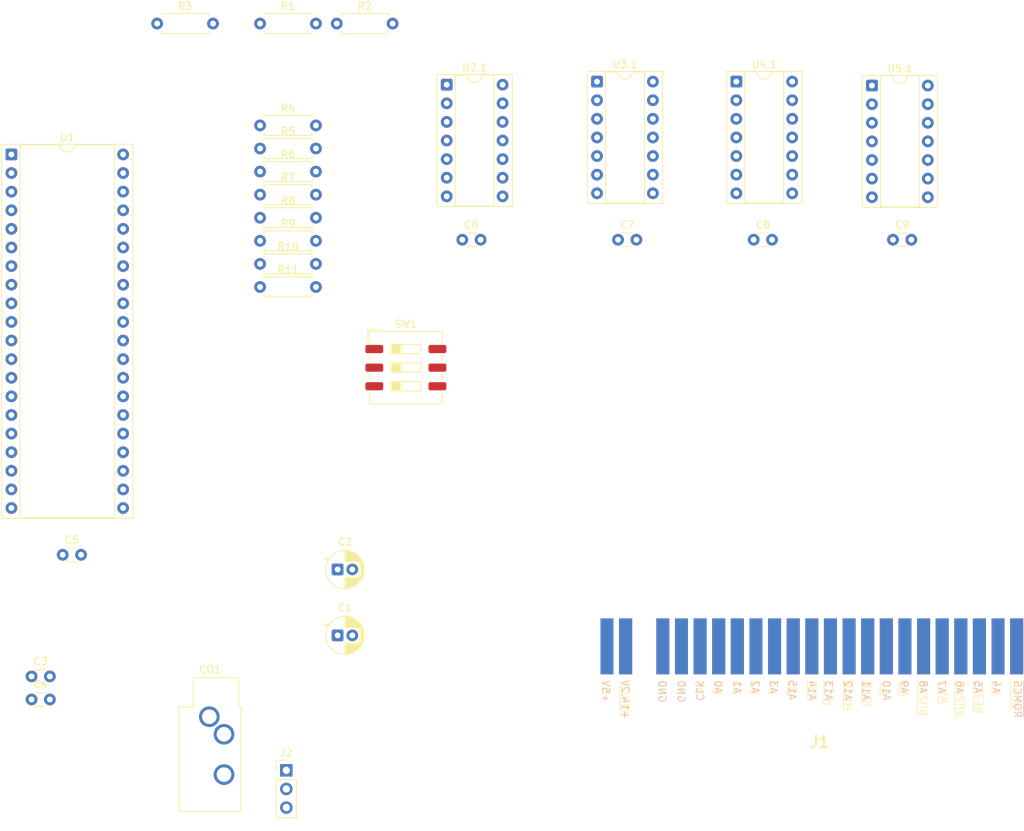
<source format=kicad_pcb>
(kicad_pcb (version 20241229) (generator "pcbnew") (generator_version "9.0")
  (layers (0 "F.Cu" signal) (2 "B.Cu" signal) (13 "F.Paste" user) (15 "B.Paste" user) (5 "F.SilkS" user "F.Silkscreen") (7 "B.SilkS" user "B.Silkscreen") (1 "F.Mask" user) (3 "B.Mask" user) (25 "Edge.Cuts" user))
  (net 0 "")
  (net 1 "Net-(C1-Pad2)")
  (net 2 "Net-(C1-Pad1)")
  (net 3 "Net-(C2-Pad1)")
  (net 4 "Net-(C2-Pad2)")
  (net 5 "Net-(J2-Pin_2)")
  (net 6 "GND")
  (net 7 "Net-(J2-Pin_1)")
  (net 8 "VCC")
  (net 9 "/CLK")
  (net 10 "/D2")
  (net 11 "/D7")
  (net 13 "/D5")
  (net 18 "/A5")
  (net 22 "/~{RESET}")
  (net 24 "/A7")
  (net 27 "/D4")
  (net 29 "/A4")
  (net 30 "/A3")
  (net 31 "/~{RD}")
  (net 32 "/D6")
  (net 33 "/A6")
  (net 34 "/A2")
  (net 35 "/~{IOREQ}")
  (net 37 "/A1")
  (net 38 "/A0")
  (net 39 "/D3")
  (net 41 "/D0")
  (net 42 "/~{WR}")
  (net 43 "/D1")
  (net 50 "Net-(R1-Pad2)")
  (net 51 "Net-(R2-Pad2)")
  (net 52 "Net-(R3-Pad2)")
  (net 53 "/OUTB")
  (net 54 "/OUTA")
  (net 55 "/OUTC")
  (net 70 "/PSGCLK")
  (net 71 "/BDIR")
  (net 75 "/BC1")
  (net 81 "Net-(U2.1A-D)")
  (net 82 "/VALID")
  (net 83 "Net-(U3.1-Pad6)")
  (net 85 "Net-(U3.1-Pad11)")
  (net 86 "/IORD")
  (net 87 "/IOWR")
  (net 88 "Net-(U4.1-Pad12)")
  (net 89 "Net-(U4.1-Pad5)")
  (net 90 "Net-(U5.1-Pad11)")
  (footprint "Capacitor_THT:C_Disc_D3.0mm_W1.6mm_P2.50mm" (layer "F.Cu") (at 40.5 89)
    (property "Reference" "C5" (at 1.25 -2.05 0) (layer "F.SilkS"))
    (property "Value" "100nf")
    (pad "1" thru_hole circle (at 0 0) (size 1.6 1.6) (drill 0.8) (layers "*.Cu" "*.Mask") (net 8 "VCC"))
    (pad "2" thru_hole circle (at 2.5 0) (size 1.6 1.6) (drill 0.8) (layers "*.Cu" "*.Mask") (net 6 "GND"))
  )
  (footprint "Connector_Audio:Jack_3.5mm_CUI_SJ1-3533NG_Horizontal_CircularHoles" (layer "F.Cu") (at 60.5 111.1)
    (property "Reference" "CO1" (at 0.1 -6.45 0) (layer "F.SilkS"))
    (property "Value" "PSG01538")
    (pad "R" thru_hole circle (at 2 7.9) (size 2.8 2.8) (drill 2) (layers "*.Cu" "*.Mask"))
    (pad "S" thru_hole circle (at 0 0) (size 2.8 2.8) (drill 2) (layers "*.Cu" "*.Mask") (net 5 "Net-(J2-Pin_2)"))
    (pad "T" thru_hole circle (at 2 2.4) (size 2.8 2.8) (drill 2) (layers "*.Cu" "*.Mask") (net 7 "Net-(J2-Pin_1)"))
  )
  (footprint "Resistor_THT:R_Axial_DIN0207_L6.3mm_D2.5mm_P7.62mm_Horizontal" (layer "F.Cu") (at 67.42 30.4)
    (property "Reference" "R4" (at 3.81 -2.37 0) (layer "F.SilkS"))
    (property "Value" "390R")
    (pad "1" thru_hole circle (at 0 0) (size 1.6 1.6) (drill 0.8) (layers "*.Cu" "*.Mask") (net 53 "/OUTB"))
    (pad "2" thru_hole circle (at 7.62 0) (size 1.6 1.6) (drill 0.8) (layers "*.Cu" "*.Mask") (net 2 "Net-(C1-Pad1)"))
  )
  (footprint "Package_DIP:DIP-40_W15.24mm_Socket" (layer "F.Cu") (at 33.5 34.36)
    (property "Reference" "U1" (at 7.62 -2.33 0) (layer "F.SilkS"))
    (property "Value" "AY-3-8910")
    (pad "1" thru_hole roundrect (at 0 0) (size 1.6 1.6) (drill 0.8) (layers "*.Cu" "*.Mask") (roundrect_rratio 0.15625) (net 6 "GND"))
    (pad "2" thru_hole circle (at 0 2.54) (size 1.6 1.6) (drill 0.8) (layers "*.Cu" "*.Mask"))
    (pad "3" thru_hole circle (at 0 5.08) (size 1.6 1.6) (drill 0.8) (layers "*.Cu" "*.Mask") (net 53 "/OUTB"))
    (pad "4" thru_hole circle (at 0 7.62) (size 1.6 1.6) (drill 0.8) (layers "*.Cu" "*.Mask") (net 54 "/OUTA"))
    (pad "5" thru_hole circle (at 0 10.16) (size 1.6 1.6) (drill 0.8) (layers "*.Cu" "*.Mask"))
    (pad "6" thru_hole circle (at 0 12.7) (size 1.6 1.6) (drill 0.8) (layers "*.Cu" "*.Mask"))
    (pad "7" thru_hole circle (at 0 15.24) (size 1.6 1.6) (drill 0.8) (layers "*.Cu" "*.Mask"))
    (pad "8" thru_hole circle (at 0 17.78) (size 1.6 1.6) (drill 0.8) (layers "*.Cu" "*.Mask"))
    (pad "9" thru_hole circle (at 0 20.32) (size 1.6 1.6) (drill 0.8) (layers "*.Cu" "*.Mask"))
    (pad "10" thru_hole circle (at 0 22.86) (size 1.6 1.6) (drill 0.8) (layers "*.Cu" "*.Mask"))
    (pad "11" thru_hole circle (at 0 25.4) (size 1.6 1.6) (drill 0.8) (layers "*.Cu" "*.Mask"))
    (pad "12" thru_hole circle (at 0 27.94) (size 1.6 1.6) (drill 0.8) (layers "*.Cu" "*.Mask"))
    (pad "13" thru_hole circle (at 0 30.48) (size 1.6 1.6) (drill 0.8) (layers "*.Cu" "*.Mask"))
    (pad "14" thru_hole circle (at 0 33.02) (size 1.6 1.6) (drill 0.8) (layers "*.Cu" "*.Mask"))
    (pad "15" thru_hole circle (at 0 35.56) (size 1.6 1.6) (drill 0.8) (layers "*.Cu" "*.Mask"))
    (pad "16" thru_hole circle (at 0 38.1) (size 1.6 1.6) (drill 0.8) (layers "*.Cu" "*.Mask"))
    (pad "17" thru_hole circle (at 0 40.64) (size 1.6 1.6) (drill 0.8) (layers "*.Cu" "*.Mask"))
    (pad "18" thru_hole circle (at 0 43.18) (size 1.6 1.6) (drill 0.8) (layers "*.Cu" "*.Mask"))
    (pad "19" thru_hole circle (at 0 45.72) (size 1.6 1.6) (drill 0.8) (layers "*.Cu" "*.Mask"))
    (pad "20" thru_hole circle (at 0 48.26) (size 1.6 1.6) (drill 0.8) (layers "*.Cu" "*.Mask"))
    (pad "21" thru_hole circle (at 15.24 48.26) (size 1.6 1.6) (drill 0.8) (layers "*.Cu" "*.Mask"))
    (pad "22" thru_hole circle (at 15.24 45.72) (size 1.6 1.6) (drill 0.8) (layers "*.Cu" "*.Mask") (net 70 "/PSGCLK"))
    (pad "23" thru_hole circle (at 15.24 43.18) (size 1.6 1.6) (drill 0.8) (layers "*.Cu" "*.Mask") (net 22 "/~{RESET}"))
    (pad "24" thru_hole circle (at 15.24 40.64) (size 1.6 1.6) (drill 0.8) (layers "*.Cu" "*.Mask") (net 8 "VCC"))
    (pad "25" thru_hole circle (at 15.24 38.1) (size 1.6 1.6) (drill 0.8) (layers "*.Cu" "*.Mask") (net 8 "VCC"))
    (pad "26" thru_hole circle (at 15.24 35.56) (size 1.6 1.6) (drill 0.8) (layers "*.Cu" "*.Mask"))
    (pad "27" thru_hole circle (at 15.24 33.02) (size 1.6 1.6) (drill 0.8) (layers "*.Cu" "*.Mask") (net 71 "/BDIR"))
    (pad "28" thru_hole circle (at 15.24 30.48) (size 1.6 1.6) (drill 0.8) (layers "*.Cu" "*.Mask") (net 8 "VCC"))
    (pad "29" thru_hole circle (at 15.24 27.94) (size 1.6 1.6) (drill 0.8) (layers "*.Cu" "*.Mask") (net 75 "/BC1"))
    (pad "30" thru_hole circle (at 15.24 25.4) (size 1.6 1.6) (drill 0.8) (layers "*.Cu" "*.Mask") (net 11 "/D7"))
    (pad "31" thru_hole circle (at 15.24 22.86) (size 1.6 1.6) (drill 0.8) (layers "*.Cu" "*.Mask") (net 32 "/D6"))
    (pad "32" thru_hole circle (at 15.24 20.32) (size 1.6 1.6) (drill 0.8) (layers "*.Cu" "*.Mask") (net 13 "/D5"))
    (pad "33" thru_hole circle (at 15.24 17.78) (size 1.6 1.6) (drill 0.8) (layers "*.Cu" "*.Mask") (net 27 "/D4"))
    (pad "34" thru_hole circle (at 15.24 15.24) (size 1.6 1.6) (drill 0.8) (layers "*.Cu" "*.Mask") (net 39 "/D3"))
    (pad "35" thru_hole circle (at 15.24 12.7) (size 1.6 1.6) (drill 0.8) (layers "*.Cu" "*.Mask") (net 10 "/D2"))
    (pad "36" thru_hole circle (at 15.24 10.16) (size 1.6 1.6) (drill 0.8) (layers "*.Cu" "*.Mask") (net 43 "/D1"))
    (pad "37" thru_hole circle (at 15.24 7.62) (size 1.6 1.6) (drill 0.8) (layers "*.Cu" "*.Mask") (net 41 "/D0"))
    (pad "38" thru_hole circle (at 15.24 5.08) (size 1.6 1.6) (drill 0.8) (layers "*.Cu" "*.Mask") (net 55 "/OUTC"))
    (pad "39" thru_hole circle (at 15.24 2.54) (size 1.6 1.6) (drill 0.8) (layers "*.Cu" "*.Mask"))
    (pad "40" thru_hole circle (at 15.24 0) (size 1.6 1.6) (drill 0.8) (layers "*.Cu" "*.Mask") (net 8 "VCC"))
  )
  (footprint "Resistor_THT:R_Axial_DIN0207_L6.3mm_D2.5mm_P7.62mm_Horizontal" (layer "F.Cu") (at 67.42 52.45)
    (property "Reference" "R11" (at 3.81 -2.37 0) (layer "F.SilkS"))
    (property "Value" "100R")
    (pad "1" thru_hole circle (at 0 0) (size 1.6 1.6) (drill 0.8) (layers "*.Cu" "*.Mask") (net 4 "Net-(C2-Pad2)"))
    (pad "2" thru_hole circle (at 7.62 0) (size 1.6 1.6) (drill 0.8) (layers "*.Cu" "*.Mask") (net 7 "Net-(J2-Pin_1)"))
  )
  (footprint "Capacitor_THT:C_Disc_D3.0mm_W1.6mm_P2.50mm" (layer "F.Cu") (at 36.25 105.6)
    (property "Reference" "C3" (at 1.25 -2.05 0) (layer "F.SilkS"))
    (property "Value" "100nf")
    (pad "1" thru_hole circle (at 0 0) (size 1.6 1.6) (drill 0.8) (layers "*.Cu" "*.Mask") (net 5 "Net-(J2-Pin_2)"))
    (pad "2" thru_hole circle (at 2.5 0) (size 1.6 1.6) (drill 0.8) (layers "*.Cu" "*.Mask") (net 6 "GND"))
  )
  (footprint "Resistor_THT:R_Axial_DIN0207_L6.3mm_D2.5mm_P7.62mm_Horizontal" (layer "F.Cu") (at 53.38 16.5)
    (property "Reference" "R3" (at 3.81 -2.37 0) (layer "F.SilkS"))
    (property "Value" "47K")
    (pad "1" thru_hole circle (at 0 0) (size 1.6 1.6) (drill 0.8) (layers "*.Cu" "*.Mask") (net 8 "VCC"))
    (pad "2" thru_hole circle (at 7.62 0) (size 1.6 1.6) (drill 0.8) (layers "*.Cu" "*.Mask") (net 52 "Net-(R3-Pad2)"))
  )
  (footprint "Capacitor_THT:C_Disc_D3.0mm_W1.6mm_P2.50mm" (layer "F.Cu") (at 95 46)
    (property "Reference" "C6" (at 1.25 -2.05 0) (layer "F.SilkS"))
    (property "Value" "100nf")
    (pad "1" thru_hole circle (at 0 0) (size 1.6 1.6) (drill 0.8) (layers "*.Cu" "*.Mask") (net 8 "VCC"))
    (pad "2" thru_hole circle (at 2.5 0) (size 1.6 1.6) (drill 0.8) (layers "*.Cu" "*.Mask") (net 6 "GND"))
  )
  (footprint "ZX81_FOOTPRINT:EDGE ZX81 TOP" (layer "F.Cu") (at 143.974618 101.5)
    (property "Reference" "J1" (at -0.2 13.05 0) (layer "F.SilkS") (effects (font (size 1.524 1.524) (thickness 0.3048))))
    (property "Value" "Connector ZX81" (hide yes))
    (fp_text user "~{RAMCS}" (at -26.638274 9.695238 90) (layer "F.SilkS") (effects (font (thickness 0.1)) (justify left)))
    (fp_text user "D4" (at -6.642892 6.695238 90) (layer "F.SilkS") (effects (font (thickness 0.1)) (justify left)))
    (fp_text user "~{BUSRQ}" (at 19.011726 9.790476 90) (layer "F.SilkS") (effects (font (thickness 0.1)) (justify left)))
    (fp_text user "~{IORQ}" (at 6.35 8.314285 90) (layer "F.SilkS") (effects (font (thickness 0.1)) (justify left)))
    (fp_text user "~{RESET}" (at 21.6 9.266667 90) (layer "F.SilkS") (effects (font (thickness 0.1)) (justify left)))
    (fp_text user "D3" (at -9.058942 6.695238 90) (layer "F.SilkS") (effects (font (thickness 0.1)) (justify left)))
    (fp_text user "D7" (at -29.292892 6.695238 90) (layer "F.SilkS") (effects (font (thickness 0.1)) (justify left)))
    (fp_text user "~{RD}" (at 8.85 6.742857 90) (layer "F.SilkS") (effects (font (thickness 0.1)) (justify left)))
    (fp_text user "~{MREQ}" (at 3.85 8.838095 90) (layer "F.SilkS") (effects (font (thickness 0.1)) (justify left)))
    (fp_text user "~{RFSH}" (at 26.65 8.6 90) (layer "F.SilkS") (effects (font (thickness 0.1)) (justify left)))
    (fp_text user "~{WR}" (at 11.4 6.885714 90) (layer "F.SilkS") (effects (font (thickness 0.1)) (justify left)))
    (fp_text user "~{INT}" (at -3.738274 7.028571 90) (layer "F.SilkS") (effects (font (thickness 0.1)) (justify left)))
    (fp_text user "~{WAIT}" (at 16.761726 7.980952 90) (layer "F.SilkS") (effects (font (thickness 0.1)) (justify left)))
    (fp_text user "D5" (at -11.565732 6.695238 90) (layer "F.SilkS") (effects (font (thickness 0.1)) (justify left)))
    (fp_text user "~{HALT}" (at 1.161726 8.219048 90) (layer "F.SilkS") (effects (font (thickness 0.1)) (justify left)))
    (fp_text user "D0" (at -21.692892 6.695238 90) (layer "F.SilkS") (effects (font (thickness 0.1)) (justify left)))
    (fp_text user "D1" (at -19.142892 6.695238 90) (layer "F.SilkS") (effects (font (thickness 0.1)) (justify left)))
    (fp_text user "~{NMI}" (at -1.088274 7.409523 90) (layer "F.SilkS") (effects (font (thickness 0.1)) (justify left)))
    (fp_text user "~{BUSAC}" (at 13.95 9.6 90) (layer "F.SilkS") (effects (font (thickness 0.1)) (justify left)))
    (fp_text user "D2" (at -16.642892 6.695238 90) (layer "F.SilkS") (effects (font (thickness 0.1)) (justify left)))
    (fp_text user "~{M1}" (at 24.1 6.838095 90) (layer "F.SilkS") (effects (font (thickness 0.1)) (justify left)))
    (fp_text user "D6" (at -14.122522 6.695238 90) (layer "F.SilkS") (effects (font (thickness 0.1)) (justify left)))
    (fp_text user "A4" (at 23.865432 6.497619 270) (layer "B.SilkS") (effects (font (thickness 0.1)) (justify left mirror)))
    (fp_text user "CLK" (at -16.55 7.5 270) (layer "B.SilkS") (effects (font (thickness 0.1)) (justify left mirror)))
    (fp_text user "A11" (at 6.100019 7.45 270) (layer "B.SilkS") (effects (font (thickness 0.1)) (justify left mirror)))
    (fp_text user "A15" (at -3.95 7.4 270) (layer "B.SilkS") (effects (font (thickness 0.1)) (justify left mirror)))
    (fp_text user "GND" (at -19.1 7.735714 270) (layer "B.SilkS") (effects (font (thickness 0.1)) (justify left mirror)))
    (fp_text user "A7" (at 16.385802 6.497619 270) (layer "B.SilkS") (effects (font (thickness 0.1)) (justify left mirror)))
    (fp_text user "+5V" (at -29.4 7.75 270) (layer "B.SilkS") (effects (font (thickness 0.1)) (justify left mirror)))
    (fp_text user "A5" (at 21.372222 6.497619 270) (layer "B.SilkS") (effects (font (thickness 0.1)) (justify left mirror)))
    (fp_text user "A14" (at -1.25 7.45 270) (layer "B.SilkS") (effects (font (thickness 0.1)) (justify left mirror)))
    (fp_text user "~{ROMCS}" (at 26.787654 9.830952 270) (layer "B.SilkS") (effects (font (thickness 0.1)) (justify left mirror)))
    (fp_text user "GND" (at -21.7 7.735714 270) (layer "B.SilkS") (effects (font (thickness 0.1)) (justify left mirror)))
    (fp_text user "A12" (at 3.650019 7.45 270) (layer "B.SilkS") (effects (font (thickness 0.1)) (justify left mirror)))
    (fp_text user "A10" (at 8.887654 7.45 270) (layer "B.SilkS") (effects (font (thickness 0.1)) (justify left mirror)))
    (fp_text user "A0" (at -14.05 6.497619 270) (layer "B.SilkS") (effects (font (thickness 0.1)) (justify left mirror)))
    (fp_text user "A2" (at -9 6.497619 270) (layer "B.SilkS") (effects (font (thickness 0.1)) (justify left mirror)))
    (fp_text user "A1" (at -11.45 6.5 270) (layer "B.SilkS") (effects (font (thickness 0.1)) (justify left mirror)))
    (fp_text user "A8" (at 13.900019 6.497619 270) (layer "B.SilkS") (effects (font (thickness 0.1)) (justify left mirror)))
    (fp_text user "A3" (at -6.5 6.5 270) (layer "B.SilkS") (effects (font (thickness 0.1)) (justify left mirror)))
    (fp_text user "A9" (at 11.337654 6.497619 270) (layer "B.SilkS") (effects (font (thickness 0.1)) (justify left mirror)))
    (fp_text user "A13" (at 0.99321 7.45 270) (layer "B.SilkS") (effects (font (thickness 0.1)) (justify left mirror)))
    (fp_text user "+14.2V" (at -26.75 10.05 270) (layer "B.SilkS") (effects (font (thickness 0.1)) (justify left mirror)))
    (fp_text user "A6" (at 18.879012 6.497619 270) (layer "B.SilkS") (effects (font (thickness 0.1)) (justify left mirror)))
    (pad "A3" connect rect (at -29.234618 0 180) (size 1.778 7.62) (layers "B.Cu" "B.Mask") (net 8 "VCC"))
    (pad "A4" connect rect (at -26.694618 0 180) (size 1.778 7.62) (layers "B.Cu" "B.Mask"))
    (pad "A6" connect rect (at -21.614618 0 180) (size 1.778 7.62) (layers "B.Cu" "B.Mask") (net 6 "GND"))
    (pad "A7" connect rect (at -19.074618 0 180) (size 1.778 7.62) (layers "B.Cu" "B.Mask") (net 6 "GND"))
    (pad "A8" connect rect (at -16.534618 0 180) (size 1.778 7.62) (layers "B.Cu" "B.Mask") (net 9 "/CLK"))
    (pad "A9" connect rect (at -13.994618 0 180) (size 1.778 7.62) (layers "B.Cu" "B.Mask") (net 38 "/A0"))
    (pad "A10" connect rect (at -11.454618 0 180) (size 1.778 7.62) (layers "B.Cu" "B.Mask") (net 37 "/A1"))
    (pad "A11" connect rect (at -8.914618 0 180) (size 1.778 7.62) (layers "B.Cu" "B.Mask") (net 34 "/A2"))
    (pad "A12" connect rect (at -6.374618 0 180) (size 1.778 7.62) (layers "B.Cu" "B.Mask") (net 30 "/A3"))
    (pad "A13" connect rect (at -3.834618 0 180) (size 1.778 7.62) (layers "B.Cu" "B.Mask"))
    (pad "A14" connect rect (at -1.294618 0 180) (size 1.778 7.62) (layers "B.Cu" "B.Mask"))
    (pad "A15" connect rect (at 1.245382 0 180) (size 1.778 7.62) (layers "B.Cu" "B.Mask"))
    (pad "A16" connect rect (at 3.785382 0 180) (size 1.778 7.62) (layers "B.Cu" "B.Mask"))
    (pad "A17" connect rect (at 6.325382 0 180) (size 1.778 7.62) (layers "B.Cu" "B.Mask"))
    (pad "A18" connect rect (at 8.865382 0 180) (size 1.778 7.62) (layers "B.Cu" "B.Mask"))
    (pad "A19" connect rect (at 11.405382 0 180) (size 1.778 7.62) (layers "B.Cu" "B.Mask"))
    (pad "A20" connect rect (at 13.945382 0 180) (size 1.778 7.62) (layers "B.Cu" "B.Mask"))
    (pad "A21" connect rect (at 16.485382 0 180) (size 1.778 7.62) (layers "B.Cu" "B.Mask") (net 24 "/A7"))
    (pad "A22" connect rect (at 19.025382 0 180) (size 1.778 7.62) (layers "B.Cu" "B.Mask") (net 33 "/A6"))
    (pad "A23" connect rect (at 21.565382 0 180) (size 1.778 7.62) (layers "B.Cu" "B.Mask") (net 18 "/A5"))
    (pad "A24" connect rect (at 24.105382 0 180) (size 1.778 7.62) (layers "B.Cu" "B.Mask") (net 29 "/A4"))
    (pad "A25" connect rect (at 26.645382 0 180) (size 1.778 7.62) (layers "B.Cu" "B.Mask"))
    (pad "B3" connect rect (at -29.234618 0 180) (size 1.778 7.62) (layers "F.Cu" "F.Mask") (net 11 "/D7"))
    (pad "B4" connect rect (at -26.694618 0 180) (size 1.778 7.62) (layers "F.Cu" "F.Mask"))
    (pad "B6" connect rect (at -21.614618 0 180) (size 1.778 7.62) (layers "F.Cu" "F.Mask") (net 41 "/D0"))
    (pad "B7" connect rect (at -19.074618 0 180) (size 1.778 7.62) (layers "F.Cu" "F.Mask") (net 43 "/D1"))
    (pad "B8" connect rect (at -16.534618 0 180) (size 1.778 7.62) (layers "F.Cu" "F.Mask") (net 10 "/D2"))
    (pad "B9" connect rect (at -13.994618 0 180) (size 1.778 7.62) (layers "F.Cu" "F.Mask") (net 32 "/D6"))
    (pad "B10" connect rect (at -11.454618 0 180) (size 1.778 7.62) (layers "F.Cu" "F.Mask") (net 13 "/D5"))
    (pad "B11" connect rect (at -8.914618 0 180) (size 1.778 7.62) (layers "F.Cu" "F.Mask") (net 39 "/D3"))
    (pad "B12" connect rect (at -6.384618 0 180) (size 1.778 7.62) (layers "F.Cu" "F.Mask") (net 27 "/D4"))
    (pad "B13" connect rect (at -3.834618 0 180) (size 1.778 7.62) (layers "F.Cu" "F.Mask"))
    (pad "B14" connect rect (at -1.294618 0 180) (size 1.778 7.62) (layers "F.Cu" "F.Mask"))
    (pad "B15" connect rect (at 1.245382 0 180) (size 1.778 7.62) (layers "F.Cu" "F.Mask"))
    (pad "B16" connect rect (at 3.785382 0 180) (size 1.778 7.62) (layers "F.Cu" "F.Mask"))
    (pad "B17" connect rect (at 6.325382 0 180) (size 1.778 7.62) (layers "F.Cu" "F.Mask") (net 35 "/~{IOREQ}"))
    (pad "B18" connect rect (at 8.865382 0 180) (size 1.778 7.62) (layers "F.Cu" "F.Mask") (net 31 "/~{RD}"))
    (pad "B19" connect rect (at 11.405382 0 180) (size 1.778 7.62) (layers "F.Cu" "F.Mask") (net 42 "/~{WR}"))
    (pad "B20" connect rect (at 13.945382 0 180) (size 1.778 7.62) (layers "F.Cu" "F.Mask"))
    (pad "B21" connect rect (at 16.485382 0 180) (size 1.778 7.62) (layers "F.Cu" "F.Mask"))
    (pad "B22" connect rect (at 19.025382 0 180) (size 1.778 7.62) (layers "F.Cu" "F.Mask"))
    (pad "B23" connect rect (at 21.565382 0 180) (size 1.778 7.62) (layers "F.Cu" "F.Mask") (net 22 "/~{RESET}"))
    (pad "B24" connect rect (at 24.105382 0 180) (size 1.778 7.62) (layers "F.Cu" "F.Mask"))
    (pad "B25" connect rect (at 26.645382 0 180) (size 1.778 7.62) (layers "F.Cu" "F.Mask"))
  )
  (footprint "Resistor_THT:R_Axial_DIN0207_L6.3mm_D2.5mm_P7.62mm_Horizontal" (layer "F.Cu") (at 67.42 16.5)
    (property "Reference" "R1" (at 3.81 -2.37 0) (layer "F.SilkS"))
    (property "Value" "47K")
    (pad "1" thru_hole circle (at 0 0) (size 1.6 1.6) (drill 0.8) (layers "*.Cu" "*.Mask") (net 8 "VCC"))
    (pad "2" thru_hole circle (at 7.62 0) (size 1.6 1.6) (drill 0.8) (layers "*.Cu" "*.Mask") (net 50 "Net-(R1-Pad2)"))
  )
  (footprint "Button_Switch_SMD:SW_DIP_SPSTx03_Slide_9.78x9.8mm_W8.61mm_P2.54mm" (layer "F.Cu") (at 87.305 63.46)
    (property "Reference" "SW1" (at 0 -5.96 0) (layer "F.SilkS"))
    (property "Value" "SW_DIP_x03")
    (pad "1" smd roundrect (at -4.305 -2.54) (size 2.44 1.12) (layers "F.Cu" "F.Mask" "F.Paste") (roundrect_rratio 0.223214) (net 29 "/A4"))
    (pad "2" smd roundrect (at -4.305 0) (size 2.44 1.12) (layers "F.Cu" "F.Mask" "F.Paste") (roundrect_rratio 0.223214) (net 18 "/A5"))
    (pad "3" smd roundrect (at -4.305 2.54) (size 2.44 1.12) (layers "F.Cu" "F.Mask" "F.Paste") (roundrect_rratio 0.223214) (net 33 "/A6"))
    (pad "4" smd roundrect (at 4.305 2.54) (size 2.44 1.12) (layers "F.Cu" "F.Mask" "F.Paste") (roundrect_rratio 0.223214) (net 50 "Net-(R1-Pad2)"))
    (pad "5" smd roundrect (at 4.305 0) (size 2.44 1.12) (layers "F.Cu" "F.Mask" "F.Paste") (roundrect_rratio 0.223214) (net 51 "Net-(R2-Pad2)"))
    (pad "6" smd roundrect (at 4.305 -2.54) (size 2.44 1.12) (layers "F.Cu" "F.Mask" "F.Paste") (roundrect_rratio 0.223214) (net 52 "Net-(R3-Pad2)"))
  )
  (footprint "Resistor_THT:R_Axial_DIN0207_L6.3mm_D2.5mm_P7.62mm_Horizontal" (layer "F.Cu") (at 67.42 43)
    (property "Reference" "R8" (at 3.81 -2.37 0) (layer "F.SilkS"))
    (property "Value" "390R")
    (pad "1" thru_hole circle (at 0 0) (size 1.6 1.6) (drill 0.8) (layers "*.Cu" "*.Mask") (net 2 "Net-(C1-Pad1)"))
    (pad "2" thru_hole circle (at 7.62 0) (size 1.6 1.6) (drill 0.8) (layers "*.Cu" "*.Mask") (net 6 "GND"))
  )
  (footprint "Resistor_THT:R_Axial_DIN0207_L6.3mm_D2.5mm_P7.62mm_Horizontal" (layer "F.Cu") (at 77.88 16.5)
    (property "Reference" "R2" (at 3.81 -2.37 0) (layer "F.SilkS"))
    (property "Value" "47K")
    (pad "1" thru_hole circle (at 0 0) (size 1.6 1.6) (drill 0.8) (layers "*.Cu" "*.Mask") (net 8 "VCC"))
    (pad "2" thru_hole circle (at 7.62 0) (size 1.6 1.6) (drill 0.8) (layers "*.Cu" "*.Mask") (net 51 "Net-(R2-Pad2)"))
  )
  (footprint "Connector_PinHeader_2.54mm:PinHeader_1x03_P2.54mm_Vertical" (layer "F.Cu") (at 71 118.42)
    (property "Reference" "J2" (at 0 -2.38 0) (layer "F.SilkS"))
    (property "Value" "Audio")
    (pad "1" thru_hole rect (at 0 0) (size 1.7 1.7) (drill 1) (layers "*.Cu" "*.Mask") (net 7 "Net-(J2-Pin_1)"))
    (pad "2" thru_hole circle (at 0 2.54) (size 1.7 1.7) (drill 1) (layers "*.Cu" "*.Mask") (net 5 "Net-(J2-Pin_2)"))
    (pad "3" thru_hole circle (at 0 5.08) (size 1.7 1.7) (drill 1) (layers "*.Cu" "*.Mask") (net 6 "GND"))
  )
  (footprint "Capacitor_THT:C_Disc_D3.0mm_W1.6mm_P2.50mm" (layer "F.Cu") (at 36.25 108.75)
    (property "Reference" "C4" (at 1.25 -2.05 0) (layer "F.SilkS"))
    (property "Value" "100nf")
    (pad "1" thru_hole circle (at 0 0) (size 1.6 1.6) (drill 0.8) (layers "*.Cu" "*.Mask") (net 7 "Net-(J2-Pin_1)"))
    (pad "2" thru_hole circle (at 2.5 0) (size 1.6 1.6) (drill 0.8) (layers "*.Cu" "*.Mask") (net 6 "GND"))
  )
  (footprint "Capacitor_THT:CP_Radial_D5.0mm_P2.00mm" (layer "F.Cu") (at 78 91)
    (property "Reference" "C2" (at 1 -3.75 0) (layer "F.SilkS"))
    (property "Value" "10uf")
    (pad "1" thru_hole roundrect (at 0 0) (size 1.6 1.6) (drill 0.8) (layers "*.Cu" "*.Mask") (roundrect_rratio 0.15625) (net 3 "Net-(C2-Pad1)"))
    (pad "2" thru_hole circle (at 2 0) (size 1.6 1.6) (drill 0.8) (layers "*.Cu" "*.Mask") (net 4 "Net-(C2-Pad2)"))
  )
  (footprint "Resistor_THT:R_Axial_DIN0207_L6.3mm_D2.5mm_P7.62mm_Horizontal" (layer "F.Cu") (at 67.42 39.85)
    (property "Reference" "R7" (at 3.81 -2.37 0) (layer "F.SilkS"))
    (property "Value" "820R")
    (pad "1" thru_hole circle (at 0 0) (size 1.6 1.6) (drill 0.8) (layers "*.Cu" "*.Mask") (net 2 "Net-(C1-Pad1)"))
    (pad "2" thru_hole circle (at 7.62 0) (size 1.6 1.6) (drill 0.8) (layers "*.Cu" "*.Mask") (net 55 "/OUTC"))
  )
  (footprint "Resistor_THT:R_Axial_DIN0207_L6.3mm_D2.5mm_P7.62mm_Horizontal" (layer "F.Cu") (at 67.42 33.55)
    (property "Reference" "R5" (at 3.81 -2.37 0) (layer "F.SilkS"))
    (property "Value" "390R")
    (pad "1" thru_hole circle (at 0 0) (size 1.6 1.6) (drill 0.8) (layers "*.Cu" "*.Mask") (net 54 "/OUTA"))
    (pad "2" thru_hole circle (at 7.62 0) (size 1.6 1.6) (drill 0.8) (layers "*.Cu" "*.Mask") (net 3 "Net-(C2-Pad1)"))
  )
  (footprint "Package_DIP:DIP-14_W7.62mm_Socket" (layer "F.Cu") (at 132.38 24.42)
    (property "Reference" "U4.1" (at 3.81 -2.33 0) (layer "F.SilkS"))
    (property "Value" "74HCT11")
    (pad "1" thru_hole roundrect (at 0 0) (size 1.6 1.6) (drill 0.8) (layers "*.Cu" "*.Mask") (roundrect_rratio 0.15625) (net 30 "/A3"))
    (pad "2" thru_hole circle (at 0 2.54) (size 1.6 1.6) (drill 0.8) (layers "*.Cu" "*.Mask") (net 34 "/A2"))
    (pad "3" thru_hole circle (at 0 5.08) (size 1.6 1.6) (drill 0.8) (layers "*.Cu" "*.Mask") (net 88 "Net-(U4.1-Pad12)"))
    (pad "4" thru_hole circle (at 0 7.62) (size 1.6 1.6) (drill 0.8) (layers "*.Cu" "*.Mask") (net 38 "/A0"))
    (pad "5" thru_hole circle (at 0 10.16) (size 1.6 1.6) (drill 0.8) (layers "*.Cu" "*.Mask") (net 89 "Net-(U4.1-Pad5)"))
    (pad "6" thru_hole circle (at 0 12.7) (size 1.6 1.6) (drill 0.8) (layers "*.Cu" "*.Mask") (net 82 "/VALID"))
    (pad "7" thru_hole circle (at 0 15.24) (size 1.6 1.6) (drill 0.8) (layers "*.Cu" "*.Mask") (net 6 "GND"))
    (pad "8" thru_hole circle (at 7.62 15.24) (size 1.6 1.6) (drill 0.8) (layers "*.Cu" "*.Mask") (net 89 "Net-(U4.1-Pad5)"))
    (pad "9" thru_hole circle (at 7.62 12.7) (size 1.6 1.6) (drill 0.8) (layers "*.Cu" "*.Mask") (net 52 "Net-(R3-Pad2)"))
    (pad "10" thru_hole circle (at 7.62 10.16) (size 1.6 1.6) (drill 0.8) (layers "*.Cu" "*.Mask") (net 51 "Net-(R2-Pad2)"))
    (pad "11" thru_hole circle (at 7.62 7.62) (size 1.6 1.6) (drill 0.8) (layers "*.Cu" "*.Mask") (net 50 "Net-(R1-Pad2)"))
    (pad "12" thru_hole circle (at 7.62 5.08) (size 1.6 1.6) (drill 0.8) (layers "*.Cu" "*.Mask") (net 88 "Net-(U4.1-Pad12)"))
    (pad "13" thru_hole circle (at 7.62 2.54) (size 1.6 1.6) (drill 0.8) (layers "*.Cu" "*.Mask") (net 37 "/A1"))
    (pad "14" thru_hole circle (at 7.62 0) (size 1.6 1.6) (drill 0.8) (layers "*.Cu" "*.Mask") (net 8 "VCC"))
  )
  (footprint "Package_DIP:DIP-14_W7.62mm_Socket" (layer "F.Cu") (at 150.88 24.96)
    (property "Reference" "U5.1" (at 3.81 -2.33 0) (layer "F.SilkS"))
    (property "Value" "74HCT02")
    (pad "1" thru_hole roundrect (at 0 0) (size 1.6 1.6) (drill 0.8) (layers "*.Cu" "*.Mask") (roundrect_rratio 0.15625) (net 87 "/IOWR"))
    (pad "2" thru_hole circle (at 0 2.54) (size 1.6 1.6) (drill 0.8) (layers "*.Cu" "*.Mask") (net 35 "/~{IOREQ}"))
    (pad "3" thru_hole circle (at 0 5.08) (size 1.6 1.6) (drill 0.8) (layers "*.Cu" "*.Mask") (net 42 "/~{WR}"))
    (pad "4" thru_hole circle (at 0 7.62) (size 1.6 1.6) (drill 0.8) (layers "*.Cu" "*.Mask") (net 90 "Net-(U5.1-Pad11)"))
    (pad "5" thru_hole circle (at 0 10.16) (size 1.6 1.6) (drill 0.8) (layers "*.Cu" "*.Mask") (net 83 "Net-(U3.1-Pad6)"))
    (pad "6" thru_hole circle (at 0 12.7) (size 1.6 1.6) (drill 0.8) (layers "*.Cu" "*.Mask") (net 85 "Net-(U3.1-Pad11)"))
    (pad "7" thru_hole circle (at 0 15.24) (size 1.6 1.6) (drill 0.8) (layers "*.Cu" "*.Mask") (net 6 "GND"))
    (pad "8" thru_hole circle (at 7.62 15.24) (size 1.6 1.6) (drill 0.8) (layers "*.Cu" "*.Mask") (net 35 "/~{IOREQ}"))
    (pad "9" thru_hole circle (at 7.62 12.7) (size 1.6 1.6) (drill 0.8) (layers "*.Cu" "*.Mask") (net 31 "/~{RD}"))
    (pad "10" thru_hole circle (at 7.62 10.16) (size 1.6 1.6) (drill 0.8) (layers "*.Cu" "*.Mask") (net 86 "/IORD"))
    (pad "11" thru_hole circle (at 7.62 7.62) (size 1.6 1.6) (drill 0.8) (layers "*.Cu" "*.Mask") (net 90 "Net-(U5.1-Pad11)"))
    (pad "12" thru_hole circle (at 7.62 5.08) (size 1.6 1.6) (drill 0.8) (layers "*.Cu" "*.Mask") (net 90 "Net-(U5.1-Pad11)"))
    (pad "13" thru_hole circle (at 7.62 2.54) (size 1.6 1.6) (drill 0.8) (layers "*.Cu" "*.Mask") (net 75 "/BC1"))
    (pad "14" thru_hole circle (at 7.62 0) (size 1.6 1.6) (drill 0.8) (layers "*.Cu" "*.Mask") (net 8 "VCC"))
  )
  (footprint "Capacitor_THT:CP_Radial_D5.0mm_P2.00mm" (layer "F.Cu") (at 78 100)
    (property "Reference" "C1" (at 1 -3.75 0) (layer "F.SilkS"))
    (property "Value" "10uf")
    (pad "1" thru_hole roundrect (at 0 0) (size 1.6 1.6) (drill 0.8) (layers "*.Cu" "*.Mask") (roundrect_rratio 0.15625) (net 2 "Net-(C1-Pad1)"))
    (pad "2" thru_hole circle (at 2 0) (size 1.6 1.6) (drill 0.8) (layers "*.Cu" "*.Mask") (net 1 "Net-(C1-Pad2)"))
  )
  (footprint "Resistor_THT:R_Axial_DIN0207_L6.3mm_D2.5mm_P7.62mm_Horizontal" (layer "F.Cu") (at 67.42 36.7)
    (property "Reference" "R6" (at 3.81 -2.37 0) (layer "F.SilkS"))
    (property "Value" "820R")
    (pad "1" thru_hole circle (at 0 0) (size 1.6 1.6) (drill 0.8) (layers "*.Cu" "*.Mask") (net 3 "Net-(C2-Pad1)"))
    (pad "2" thru_hole circle (at 7.62 0) (size 1.6 1.6) (drill 0.8) (layers "*.Cu" "*.Mask") (net 55 "/OUTC"))
  )
  (footprint "Capacitor_THT:C_Disc_D3.0mm_W1.6mm_P2.50mm" (layer "F.Cu") (at 153.75 46)
    (property "Reference" "C9" (at 1.25 -2.05 0) (layer "F.SilkS"))
    (property "Value" "100nf")
    (pad "1" thru_hole circle (at 0 0) (size 1.6 1.6) (drill 0.8) (layers "*.Cu" "*.Mask") (net 8 "VCC"))
    (pad "2" thru_hole circle (at 2.5 0) (size 1.6 1.6) (drill 0.8) (layers "*.Cu" "*.Mask") (net 6 "GND"))
  )
  (footprint "Package_DIP:DIP-14_W7.62mm_Socket" (layer "F.Cu") (at 113.38 24.42)
    (property "Reference" "U3.1" (at 3.81 -2.33 0) (layer "F.SilkS"))
    (property "Value" "74HCT08")
    (pad "1" thru_hole roundrect (at 0 0) (size 1.6 1.6) (drill 0.8) (layers "*.Cu" "*.Mask") (roundrect_rratio 0.15625) (net 82 "/VALID"))
    (pad "2" thru_hole circle (at 0 2.54) (size 1.6 1.6) (drill 0.8) (layers "*.Cu" "*.Mask") (net 87 "/IOWR"))
    (pad "3" thru_hole circle (at 0 5.08) (size 1.6 1.6) (drill 0.8) (layers "*.Cu" "*.Mask") (net 71 "/BDIR"))
    (pad "4" thru_hole circle (at 0 7.62) (size 1.6 1.6) (drill 0.8) (layers "*.Cu" "*.Mask") (net 71 "/BDIR"))
    (pad "5" thru_hole circle (at 0 10.16) (size 1.6 1.6) (drill 0.8) (layers "*.Cu" "*.Mask") (net 24 "/A7"))
    (pad "6" thru_hole circle (at 0 12.7) (size 1.6 1.6) (drill 0.8) (layers "*.Cu" "*.Mask") (net 83 "Net-(U3.1-Pad6)"))
    (pad "7" thru_hole circle (at 0 15.24) (size 1.6 1.6) (drill 0.8) (layers "*.Cu" "*.Mask") (net 6 "GND"))
    (pad "8" thru_hole circle (at 7.62 15.24) (size 1.6 1.6) (drill 0.8) (layers "*.Cu" "*.Mask"))
    (pad "9" thru_hole circle (at 7.62 12.7) (size 1.6 1.6) (drill 0.8) (layers "*.Cu" "*.Mask") (net 6 "GND"))
    (pad "10" thru_hole circle (at 7.62 10.16) (size 1.6 1.6) (drill 0.8) (layers "*.Cu" "*.Mask") (net 6 "GND"))
    (pad "11" thru_hole circle (at 7.62 7.62) (size 1.6 1.6) (drill 0.8) (layers "*.Cu" "*.Mask") (net 85 "Net-(U3.1-Pad11)"))
    (pad "12" thru_hole circle (at 7.62 5.08) (size 1.6 1.6) (drill 0.8) (layers "*.Cu" "*.Mask") (net 82 "/VALID"))
    (pad "13" thru_hole circle (at 7.62 2.54) (size 1.6 1.6) (drill 0.8) (layers "*.Cu" "*.Mask") (net 86 "/IORD"))
    (pad "14" thru_hole circle (at 7.62 0) (size 1.6 1.6) (drill 0.8) (layers "*.Cu" "*.Mask") (net 8 "VCC"))
  )
  (footprint "Package_DIP:DIP-14_W7.62mm_Socket" (layer "F.Cu") (at 92.88 24.84)
    (property "Reference" "U2.1" (at 3.81 -2.33 0) (layer "F.SilkS"))
    (property "Value" "74HCT74")
    (pad "1" thru_hole roundrect (at 0 0) (size 1.6 1.6) (drill 0.8) (layers "*.Cu" "*.Mask") (roundrect_rratio 0.15625) (net 8 "VCC"))
    (pad "2" thru_hole circle (at 0 2.54) (size 1.6 1.6) (drill 0.8) (layers "*.Cu" "*.Mask") (net 81 "Net-(U2.1A-D)"))
    (pad "3" thru_hole circle (at 0 5.08) (size 1.6 1.6) (drill 0.8) (layers "*.Cu" "*.Mask") (net 9 "/CLK"))
    (pad "4" thru_hole circle (at 0 7.62) (size 1.6 1.6) (drill 0.8) (layers "*.Cu" "*.Mask") (net 8 "VCC"))
    (pad "5" thru_hole circle (at 0 10.16) (size 1.6 1.6) (drill 0.8) (layers "*.Cu" "*.Mask") (net 70 "/PSGCLK"))
    (pad "6" thru_hole circle (at 0 12.7) (size 1.6 1.6) (drill 0.8) (layers "*.Cu" "*.Mask") (net 81 "Net-(U2.1A-D)"))
    (pad "7" thru_hole circle (at 0 15.24) (size 1.6 1.6) (drill 0.8) (layers "*.Cu" "*.Mask") (net 6 "GND"))
    (pad "8" thru_hole circle (at 7.62 15.24) (size 1.6 1.6) (drill 0.8) (layers "*.Cu" "*.Mask"))
    (pad "9" thru_hole circle (at 7.62 12.7) (size 1.6 1.6) (drill 0.8) (layers "*.Cu" "*.Mask"))
    (pad "10" thru_hole circle (at 7.62 10.16) (size 1.6 1.6) (drill 0.8) (layers "*.Cu" "*.Mask") (net 8 "VCC"))
    (pad "11" thru_hole circle (at 7.62 7.62) (size 1.6 1.6) (drill 0.8) (layers "*.Cu" "*.Mask") (net 8 "VCC"))
    (pad "12" thru_hole circle (at 7.62 5.08) (size 1.6 1.6) (drill 0.8) (layers "*.Cu" "*.Mask") (net 8 "VCC"))
    (pad "13" thru_hole circle (at 7.62 2.54) (size 1.6 1.6) (drill 0.8) (layers "*.Cu" "*.Mask") (net 8 "VCC"))
    (pad "14" thru_hole circle (at 7.62 0) (size 1.6 1.6) (drill 0.8) (layers "*.Cu" "*.Mask") (net 8 "VCC"))
  )
  (footprint "Resistor_THT:R_Axial_DIN0207_L6.3mm_D2.5mm_P7.62mm_Horizontal" (layer "F.Cu") (at 67.42 49.3)
    (property "Reference" "R10" (at 3.81 -2.37 0) (layer "F.SilkS"))
    (property "Value" "100R")
    (pad "1" thru_hole circle (at 0 0) (size 1.6 1.6) (drill 0.8) (layers "*.Cu" "*.Mask") (net 1 "Net-(C1-Pad2)"))
    (pad "2" thru_hole circle (at 7.62 0) (size 1.6 1.6) (drill 0.8) (layers "*.Cu" "*.Mask") (net 5 "Net-(J2-Pin_2)"))
  )
  (footprint "Capacitor_THT:C_Disc_D3.0mm_W1.6mm_P2.50mm" (layer "F.Cu") (at 116.25 46)
    (property "Reference" "C7" (at 1.25 -2.05 0) (layer "F.SilkS"))
    (property "Value" "100nf")
    (pad "1" thru_hole circle (at 0 0) (size 1.6 1.6) (drill 0.8) (layers "*.Cu" "*.Mask") (net 8 "VCC"))
    (pad "2" thru_hole circle (at 2.5 0) (size 1.6 1.6) (drill 0.8) (layers "*.Cu" "*.Mask") (net 6 "GND"))
  )
  (footprint "Capacitor_THT:C_Disc_D3.0mm_W1.6mm_P2.50mm" (layer "F.Cu") (at 134.75 46)
    (property "Reference" "C8" (at 1.25 -2.05 0) (layer "F.SilkS"))
    (property "Value" "100nf")
    (pad "1" thru_hole circle (at 0 0) (size 1.6 1.6) (drill 0.8) (layers "*.Cu" "*.Mask") (net 8 "VCC"))
    (pad "2" thru_hole circle (at 2.5 0) (size 1.6 1.6) (drill 0.8) (layers "*.Cu" "*.Mask") (net 6 "GND"))
  )
  (footprint "Resistor_THT:R_Axial_DIN0207_L6.3mm_D2.5mm_P7.62mm_Horizontal" (layer "F.Cu") (at 67.42 46.15)
    (property "Reference" "R9" (at 3.81 -2.37 0) (layer "F.SilkS"))
    (property "Value" "390R")
    (pad "1" thru_hole circle (at 0 0) (size 1.6 1.6) (drill 0.8) (layers "*.Cu" "*.Mask") (net 3 "Net-(C2-Pad1)"))
    (pad "2" thru_hole circle (at 7.62 0) (size 1.6 1.6) (drill 0.8) (layers "*.Cu" "*.Mask") (net 6 "GND"))
  )
)
</source>
